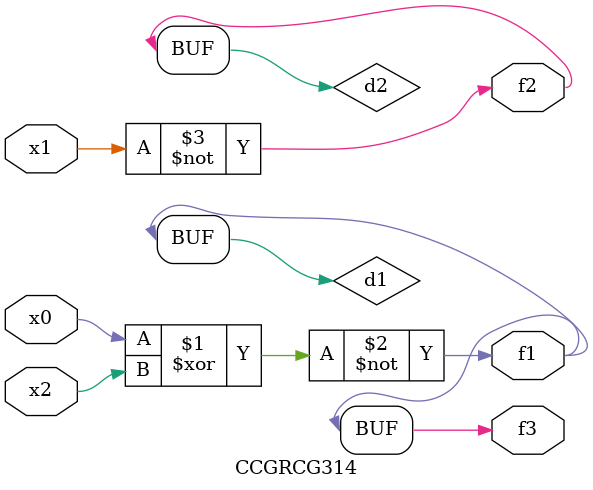
<source format=v>
module CCGRCG314(
	input x0, x1, x2,
	output f1, f2, f3
);

	wire d1, d2, d3;

	xnor (d1, x0, x2);
	nand (d2, x1);
	nor (d3, x1, x2);
	assign f1 = d1;
	assign f2 = d2;
	assign f3 = d1;
endmodule

</source>
